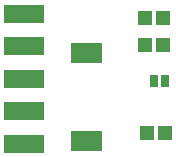
<source format=gbr>
G04 #@! TF.FileFunction,Soldermask,Bot*
%FSLAX46Y46*%
G04 Gerber Fmt 4.6, Leading zero omitted, Abs format (unit mm)*
G04 Created by KiCad (PCBNEW 4.0.7-e2-6376~58~ubuntu16.04.1) date Wed Aug  1 22:41:23 2018*
%MOMM*%
%LPD*%
G01*
G04 APERTURE LIST*
%ADD10C,0.100000*%
%ADD11R,1.200000X1.150000*%
%ADD12R,1.370000X1.670000*%
%ADD13R,0.800000X1.000000*%
%ADD14R,3.400000X1.650000*%
G04 APERTURE END LIST*
D10*
D11*
X164925000Y-93050000D03*
X163425000Y-93050000D03*
X165050000Y-102775000D03*
X163550000Y-102775000D03*
X164925000Y-95375000D03*
X163425000Y-95375000D03*
D12*
X157785000Y-96025000D03*
X159065000Y-96025000D03*
X159065000Y-103475000D03*
X157785000Y-103475000D03*
D13*
X165050000Y-98350000D03*
X164150000Y-98350000D03*
D14*
X153175000Y-103675000D03*
X153175000Y-100925000D03*
X153175000Y-98175000D03*
X153175000Y-95425000D03*
X153175000Y-92675000D03*
M02*

</source>
